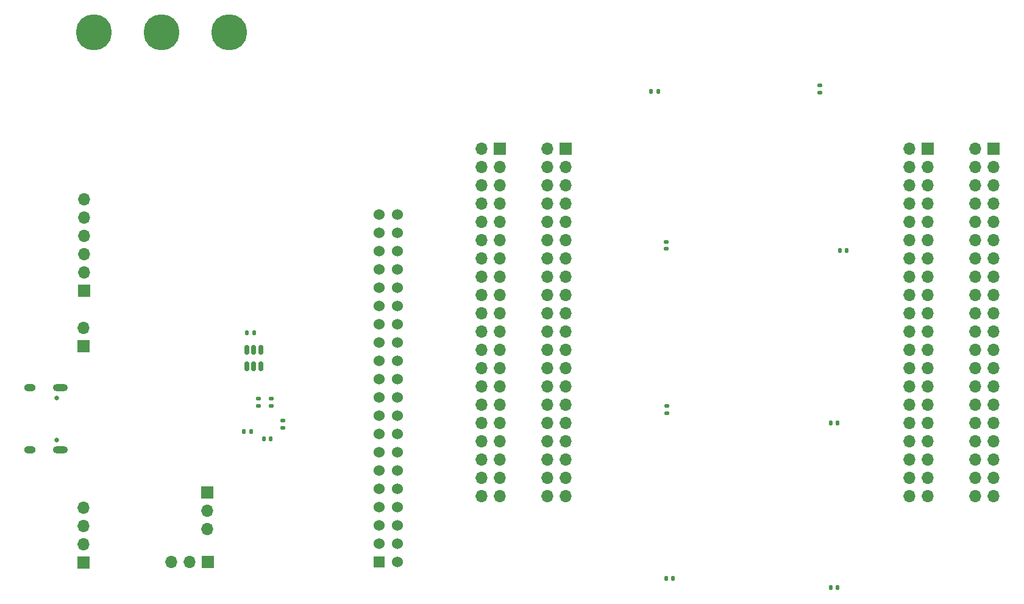
<source format=gbr>
%TF.GenerationSoftware,KiCad,Pcbnew,(6.0.7)*%
%TF.CreationDate,2023-05-23T08:38:14-04:00*%
%TF.ProjectId,ECELab_v1,4543454c-6162-45f7-9631-2e6b69636164,rev?*%
%TF.SameCoordinates,Original*%
%TF.FileFunction,Soldermask,Bot*%
%TF.FilePolarity,Negative*%
%FSLAX46Y46*%
G04 Gerber Fmt 4.6, Leading zero omitted, Abs format (unit mm)*
G04 Created by KiCad (PCBNEW (6.0.7)) date 2023-05-23 08:38:14*
%MOMM*%
%LPD*%
G01*
G04 APERTURE LIST*
G04 Aperture macros list*
%AMRoundRect*
0 Rectangle with rounded corners*
0 $1 Rounding radius*
0 $2 $3 $4 $5 $6 $7 $8 $9 X,Y pos of 4 corners*
0 Add a 4 corners polygon primitive as box body*
4,1,4,$2,$3,$4,$5,$6,$7,$8,$9,$2,$3,0*
0 Add four circle primitives for the rounded corners*
1,1,$1+$1,$2,$3*
1,1,$1+$1,$4,$5*
1,1,$1+$1,$6,$7*
1,1,$1+$1,$8,$9*
0 Add four rect primitives between the rounded corners*
20,1,$1+$1,$2,$3,$4,$5,0*
20,1,$1+$1,$4,$5,$6,$7,0*
20,1,$1+$1,$6,$7,$8,$9,0*
20,1,$1+$1,$8,$9,$2,$3,0*%
G04 Aperture macros list end*
%ADD10R,1.700000X1.700000*%
%ADD11O,1.700000X1.700000*%
%ADD12C,5.000000*%
%ADD13R,1.524000X1.524000*%
%ADD14C,1.524000*%
%ADD15C,0.650000*%
%ADD16O,1.600000X1.000000*%
%ADD17O,2.100000X1.000000*%
%ADD18RoundRect,0.140000X0.170000X-0.140000X0.170000X0.140000X-0.170000X0.140000X-0.170000X-0.140000X0*%
%ADD19RoundRect,0.140000X-0.170000X0.140000X-0.170000X-0.140000X0.170000X-0.140000X0.170000X0.140000X0*%
%ADD20RoundRect,0.135000X-0.185000X0.135000X-0.185000X-0.135000X0.185000X-0.135000X0.185000X0.135000X0*%
%ADD21RoundRect,0.140000X0.140000X0.170000X-0.140000X0.170000X-0.140000X-0.170000X0.140000X-0.170000X0*%
%ADD22RoundRect,0.140000X-0.140000X-0.170000X0.140000X-0.170000X0.140000X0.170000X-0.140000X0.170000X0*%
%ADD23RoundRect,0.150000X-0.150000X0.512500X-0.150000X-0.512500X0.150000X-0.512500X0.150000X0.512500X0*%
%ADD24RoundRect,0.135000X-0.135000X-0.185000X0.135000X-0.185000X0.135000X0.185000X-0.135000X0.185000X0*%
G04 APERTURE END LIST*
D10*
%TO.C,J303*%
X132842000Y-131231400D03*
D11*
X132842000Y-133771400D03*
X132842000Y-136311400D03*
%TD*%
D10*
%TO.C,U501*%
X242037000Y-83477000D03*
D11*
X239497000Y-83477000D03*
X242037000Y-86017000D03*
X239497000Y-86017000D03*
X242037000Y-88557000D03*
X239497000Y-88557000D03*
X242037000Y-91097000D03*
X239497000Y-91097000D03*
X242037000Y-93637000D03*
X239497000Y-93637000D03*
X242037000Y-96177000D03*
X239497000Y-96177000D03*
X242037000Y-98717000D03*
X239497000Y-98717000D03*
X242037000Y-101257000D03*
X239497000Y-101257000D03*
X242037000Y-103797000D03*
X239497000Y-103797000D03*
X242037000Y-106337000D03*
X239497000Y-106337000D03*
X242037000Y-108877000D03*
X239497000Y-108877000D03*
X242037000Y-111417000D03*
X239497000Y-111417000D03*
X242037000Y-113957000D03*
X239497000Y-113957000D03*
X242037000Y-116497000D03*
X239497000Y-116497000D03*
X242037000Y-119037000D03*
X239497000Y-119037000D03*
X242037000Y-121577000D03*
X239497000Y-121577000D03*
X242037000Y-124117000D03*
X239497000Y-124117000D03*
X242037000Y-126657000D03*
X239497000Y-126657000D03*
X242037000Y-129197000D03*
X239497000Y-129197000D03*
X242037000Y-131737000D03*
X239497000Y-131737000D03*
D10*
X232893000Y-83477000D03*
D11*
X230353000Y-83477000D03*
X232893000Y-86017000D03*
X230353000Y-86017000D03*
X232893000Y-88557000D03*
X230353000Y-88557000D03*
X232893000Y-91097000D03*
X230353000Y-91097000D03*
X232893000Y-93637000D03*
X230353000Y-93637000D03*
X232893000Y-96177000D03*
X230353000Y-96177000D03*
X232893000Y-98717000D03*
X230353000Y-98717000D03*
X232893000Y-101257000D03*
X230353000Y-101257000D03*
X232893000Y-103797000D03*
X230353000Y-103797000D03*
X232893000Y-106337000D03*
X230353000Y-106337000D03*
X232893000Y-108877000D03*
X230353000Y-108877000D03*
X232893000Y-111417000D03*
X230353000Y-111417000D03*
X232893000Y-113957000D03*
X230353000Y-113957000D03*
X232893000Y-116497000D03*
X230353000Y-116497000D03*
X232893000Y-119037000D03*
X230353000Y-119037000D03*
X232893000Y-121577000D03*
X230353000Y-121577000D03*
X232893000Y-124117000D03*
X230353000Y-124117000D03*
X232893000Y-126657000D03*
X230353000Y-126657000D03*
X232893000Y-129197000D03*
X230353000Y-129197000D03*
X232893000Y-131737000D03*
X230353000Y-131737000D03*
D10*
X182601000Y-83477000D03*
D11*
X180061000Y-83477000D03*
X182601000Y-86017000D03*
X180061000Y-86017000D03*
X182601000Y-88557000D03*
X180061000Y-88557000D03*
X182601000Y-91097000D03*
X180061000Y-91097000D03*
X182601000Y-93637000D03*
X180061000Y-93637000D03*
X182601000Y-96177000D03*
X180061000Y-96177000D03*
X182601000Y-98717000D03*
X180061000Y-98717000D03*
X182601000Y-101257000D03*
X180061000Y-101257000D03*
X182601000Y-103797000D03*
X180061000Y-103797000D03*
X182601000Y-106337000D03*
X180061000Y-106337000D03*
X182601000Y-108877000D03*
X180061000Y-108877000D03*
X182601000Y-111417000D03*
X180061000Y-111417000D03*
X182601000Y-113957000D03*
X180061000Y-113957000D03*
X182601000Y-116497000D03*
X180061000Y-116497000D03*
X182601000Y-119037000D03*
X180061000Y-119037000D03*
X182601000Y-121577000D03*
X180061000Y-121577000D03*
X182601000Y-124117000D03*
X180061000Y-124117000D03*
X182601000Y-126657000D03*
X180061000Y-126657000D03*
X182601000Y-129197000D03*
X180061000Y-129197000D03*
X182601000Y-131737000D03*
X180061000Y-131737000D03*
D10*
X173457000Y-83477000D03*
D11*
X170917000Y-83477000D03*
X173457000Y-86017000D03*
X170917000Y-86017000D03*
X173457000Y-88557000D03*
X170917000Y-88557000D03*
X173457000Y-91097000D03*
X170917000Y-91097000D03*
X173457000Y-93637000D03*
X170917000Y-93637000D03*
X173457000Y-96177000D03*
X170917000Y-96177000D03*
X173457000Y-98717000D03*
X170917000Y-98717000D03*
X173457000Y-101257000D03*
X170917000Y-101257000D03*
X173457000Y-103797000D03*
X170917000Y-103797000D03*
X173457000Y-106337000D03*
X170917000Y-106337000D03*
X173457000Y-108877000D03*
X170917000Y-108877000D03*
X173457000Y-111417000D03*
X170917000Y-111417000D03*
X173457000Y-113957000D03*
X170917000Y-113957000D03*
X173457000Y-116497000D03*
X170917000Y-116497000D03*
X173457000Y-119037000D03*
X170917000Y-119037000D03*
X173457000Y-121577000D03*
X170917000Y-121577000D03*
X173457000Y-124117000D03*
X170917000Y-124117000D03*
X173457000Y-126657000D03*
X170917000Y-126657000D03*
X173457000Y-129197000D03*
X170917000Y-129197000D03*
X173457000Y-131737000D03*
X170917000Y-131737000D03*
%TD*%
D12*
%TO.C,TP203*%
X135839200Y-67310000D03*
%TD*%
D10*
%TO.C,J202*%
X115671600Y-110891400D03*
D11*
X115671600Y-108351400D03*
%TD*%
D10*
%TO.C,J302*%
X132877800Y-140862200D03*
D11*
X130337800Y-140862200D03*
X127797800Y-140862200D03*
%TD*%
D12*
%TO.C,TP201*%
X117094000Y-67310000D03*
%TD*%
D13*
%TO.C,U601*%
X156732400Y-140860800D03*
D14*
X159272400Y-140860800D03*
X156732400Y-138320800D03*
X159272400Y-138320800D03*
X156732400Y-135780800D03*
X159272400Y-135780800D03*
X156732400Y-133240800D03*
X159272400Y-133240800D03*
X156732400Y-130700800D03*
X159272400Y-130700800D03*
X156732400Y-128160800D03*
X159272400Y-128160800D03*
X156732400Y-125620800D03*
X159272400Y-125620800D03*
X156732400Y-123080800D03*
X159272400Y-123080800D03*
X156732400Y-120540800D03*
X159272400Y-120540800D03*
X156732400Y-118000800D03*
X159272400Y-118000800D03*
X156732400Y-115460800D03*
X159272400Y-115460800D03*
X156732400Y-112920800D03*
X159272400Y-112920800D03*
X156732400Y-110380800D03*
X159272400Y-110380800D03*
X156732400Y-107840800D03*
X159272400Y-107840800D03*
X156732400Y-105300800D03*
X159272400Y-105300800D03*
X156732400Y-102760800D03*
X159272400Y-102760800D03*
X156732400Y-100220800D03*
X159272400Y-100220800D03*
X156732400Y-97680800D03*
X159272400Y-97680800D03*
X156732400Y-95140800D03*
X159272400Y-95140800D03*
X156732400Y-92600800D03*
X159272400Y-92600800D03*
%TD*%
D15*
%TO.C,J201*%
X111869600Y-123895600D03*
X111869600Y-118115600D03*
D16*
X108219600Y-125325600D03*
X108219600Y-116685600D03*
D17*
X112399600Y-116685600D03*
X112399600Y-125325600D03*
%TD*%
D12*
%TO.C,TP202*%
X126492000Y-67310000D03*
%TD*%
D10*
%TO.C,J301*%
X115627000Y-140909200D03*
D11*
X115627000Y-138369200D03*
X115627000Y-135829200D03*
X115627000Y-133289200D03*
%TD*%
D10*
%TO.C,J203*%
X115677800Y-103174800D03*
D11*
X115677800Y-100634800D03*
X115677800Y-98094800D03*
X115677800Y-95554800D03*
X115677800Y-93014800D03*
X115677800Y-90474800D03*
%TD*%
D18*
%TO.C,C305*%
X141706600Y-119148800D03*
X141706600Y-118188800D03*
%TD*%
D19*
%TO.C,C302*%
X139954000Y-118188800D03*
X139954000Y-119148800D03*
%TD*%
%TO.C,C408*%
X196550000Y-96420000D03*
X196550000Y-97380000D03*
%TD*%
D20*
%TO.C,R303*%
X143306800Y-121181400D03*
X143306800Y-122201400D03*
%TD*%
D21*
%TO.C,C407*%
X197507800Y-143179800D03*
X196547800Y-143179800D03*
%TD*%
%TO.C,C301*%
X141653200Y-123748800D03*
X140693200Y-123748800D03*
%TD*%
D19*
%TO.C,C406*%
X217875000Y-74670000D03*
X217875000Y-75630000D03*
%TD*%
D22*
%TO.C,C303*%
X137924600Y-122732800D03*
X138884600Y-122732800D03*
%TD*%
D23*
%TO.C,U303*%
X138343600Y-111435300D03*
X139293600Y-111435300D03*
X140243600Y-111435300D03*
X140243600Y-113710300D03*
X139293600Y-113710300D03*
X138343600Y-113710300D03*
%TD*%
D21*
%TO.C,C402*%
X221655000Y-97600000D03*
X220695000Y-97600000D03*
%TD*%
%TO.C,C404*%
X220367800Y-144399000D03*
X219407800Y-144399000D03*
%TD*%
D19*
%TO.C,C401*%
X196672200Y-119230200D03*
X196672200Y-120190200D03*
%TD*%
D22*
%TO.C,C405*%
X194495000Y-75500000D03*
X195455000Y-75500000D03*
%TD*%
D24*
%TO.C,R305*%
X138351800Y-109042200D03*
X139371800Y-109042200D03*
%TD*%
D21*
%TO.C,C403*%
X220393200Y-121564400D03*
X219433200Y-121564400D03*
%TD*%
M02*

</source>
